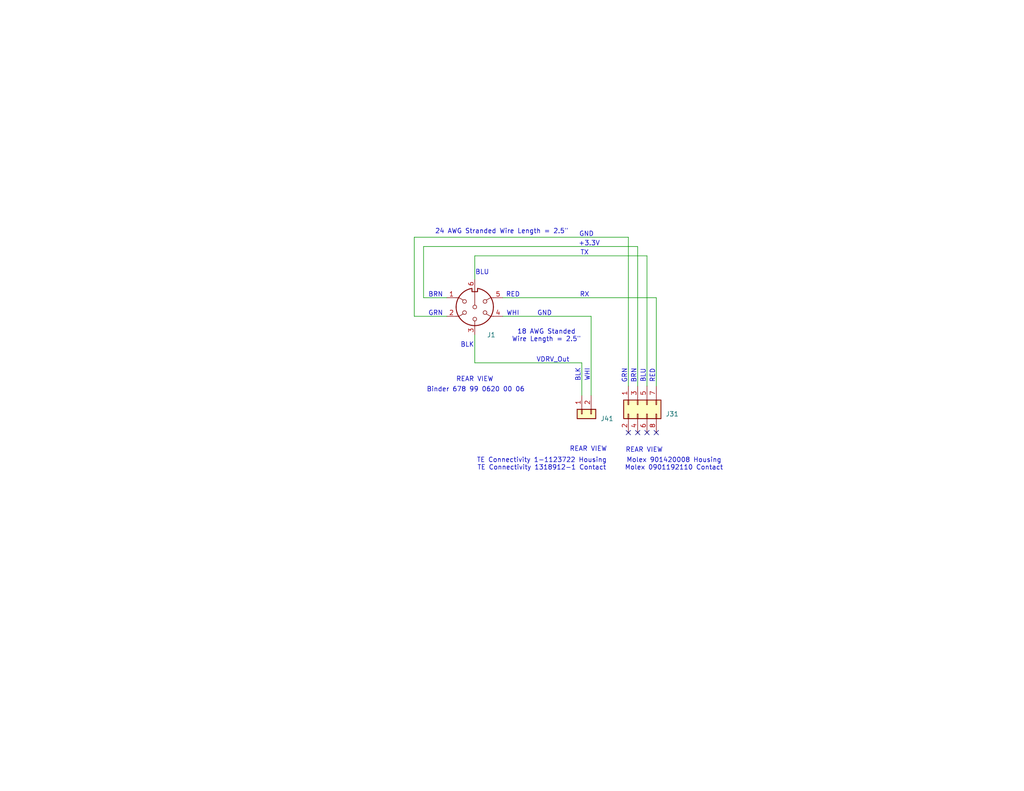
<source format=kicad_sch>
(kicad_sch (version 20231120) (generator "eeschema") (generator_version "8.0")
  (paper "A")
  (title_block (title "Smart Charger Chassis Coil Connector - Smart Coil") (date "2025-01-15") (rev "A") (company "Cosmiic"))
  (lib_symbols
    (symbol "Connector:DIN-6" (pin_names (offset 1.016))
      (property "Reference" "J" (at 3.175 5.715 0))
      (property "Value" "DIN-6" (at 4.445 -4.445 0))
      (symbol "DIN-6_0_1"
        (arc (start -5.08 0) (mid -3.8609 -3.3364) (end -0.762 -5.08) (stroke (width 0.254)))
        (circle (center -2.794 -1.524) (radius 0.508))
        (circle (center -2.794 1.524) (radius 0.508))
        (polyline (pts (xy 0 -5.08) (xy 0 -0.508)))
        (polyline (pts (xy 0 5.08) (xy 0 3.81)))
        (polyline (pts (xy -5.08 -2.54) (xy -4.318 -2.54) (xy -3.175 -1.905)))
        (polyline (pts (xy -5.08 2.54) (xy -4.318 2.54) (xy -3.175 1.905)))
        (polyline (pts (xy 5.08 -2.54) (xy 4.318 -2.54) (xy 3.175 -1.905)))
        (polyline (pts (xy 5.08 2.54) (xy 4.318 2.54) (xy 3.175 1.905)))
        (polyline (pts (xy -0.762 -4.953) (xy -0.762 -4.191) (xy 0.762 -4.191) (xy 0.762 -4.953)) (stroke (width 0.254)))
        (circle (center 0 0) (radius 0.508))
        (circle (center 0 3.302) (radius 0.508))
        (arc (start 0.762 -5.08) (mid 3.8685 -3.343) (end 5.08 0) (stroke (width 0.254)))
        (circle (center 2.794 -1.524) (radius 0.508))
        (circle (center 2.794 1.524) (radius 0.508))
        (arc (start 5.08 0) (mid 0 5.0579) (end -5.08 0) (stroke (width 0.254)))
      )
      (symbol "DIN-6_1_1"
        (pin passive line (at -7.62 -2.54 0) (length 2.54) (name "~") (number "1"))
        (pin passive line (at -7.62 2.54 0) (length 2.54) (name "~") (number "2"))
        (pin passive line (at 0 7.62 270) (length 2.54) (name "~") (number "3"))
        (pin passive line (at 7.62 2.54 180) (length 2.54) (name "~") (number "4"))
        (pin passive line (at 7.62 -2.54 180) (length 2.54) (name "~") (number "5"))
        (pin passive line (at 0 -7.62 90) (length 2.54) (name "~") (number "6"))
      )
    )
    (symbol "Connector_Generic:Conn_01x02" (pin_names (offset 1.016) hide)
      (property "Reference" "J" (at 0 2.54 0))
      (property "Value" "Conn_01x02" (at 0 -5.08 0))
      (symbol "Conn_01x02_1_1"
        (rectangle (start -1.27 -2.413) (end 0 -2.667) (stroke (width 0.1524)))
        (rectangle (start -1.27 0.127) (end 0 -0.127) (stroke (width 0.1524)))
        (rectangle (start -1.27 1.27) (end 1.27 -3.81) (stroke (width 0.254)) (fill (type background)))
        (pin passive line (at -5.08 0 0) (length 3.81) (name "Pin_1") (number "1"))
        (pin passive line (at -5.08 -2.54 0) (length 3.81) (name "Pin_2") (number "2"))
      )
    )
    (symbol "Connector_Generic:Conn_02x04_Odd_Even" (pin_names (offset 1.016) hide)
      (property "Reference" "J" (at 1.27 5.08 0))
      (property "Value" "Conn_02x04_Odd_Even" (at 1.27 -7.62 0))
      (symbol "Conn_02x04_Odd_Even_1_1"
        (rectangle (start -1.27 -4.953) (end 0 -5.207) (stroke (width 0.1524)))
        (rectangle (start -1.27 -2.413) (end 0 -2.667) (stroke (width 0.1524)))
        (rectangle (start -1.27 0.127) (end 0 -0.127) (stroke (width 0.1524)))
        (rectangle (start -1.27 2.667) (end 0 2.413) (stroke (width 0.1524)))
        (rectangle (start -1.27 3.81) (end 3.81 -6.35) (stroke (width 0.254)) (fill (type background)))
        (rectangle (start 3.81 -4.953) (end 2.54 -5.207) (stroke (width 0.1524)))
        (rectangle (start 3.81 -2.413) (end 2.54 -2.667) (stroke (width 0.1524)))
        (rectangle (start 3.81 0.127) (end 2.54 -0.127) (stroke (width 0.1524)))
        (rectangle (start 3.81 2.667) (end 2.54 2.413) (stroke (width 0.1524)))
        (pin passive line (at -5.08 2.54 0) (length 3.81) (name "Pin_1") (number "1"))
        (pin passive line (at 7.62 2.54 180) (length 3.81) (name "Pin_2") (number "2"))
        (pin passive line (at -5.08 0 0) (length 3.81) (name "Pin_3") (number "3"))
        (pin passive line (at 7.62 0 180) (length 3.81) (name "Pin_4") (number "4"))
        (pin passive line (at -5.08 -2.54 0) (length 3.81) (name "Pin_5") (number "5"))
        (pin passive line (at 7.62 -2.54 180) (length 3.81) (name "Pin_6") (number "6"))
        (pin passive line (at -5.08 -5.08 0) (length 3.81) (name "Pin_7") (number "7"))
        (pin passive line (at 7.62 -5.08 180) (length 3.81) (name "Pin_8") (number "8"))
      )
    )
  )
  (no_connect (at 179.07 118.11))
  (no_connect (at 171.45 118.11))
  (no_connect (at 173.99 118.11))
  (no_connect (at 176.53 118.11))
  (wire (pts (xy 113.03 86.36) (xy 121.92 86.36)))
  (wire (pts (xy 137.16 86.36) (xy 161.29 86.36)))
  (wire (pts (xy 113.03 64.77) (xy 171.45 64.77)))
  (wire (pts (xy 176.53 69.85) (xy 176.53 105.41)))
  (wire (pts (xy 115.57 67.31) (xy 173.99 67.31)))
  (wire (pts (xy 129.54 99.06) (xy 158.75 99.06)))
  (wire (pts (xy 161.29 86.36) (xy 161.29 107.95)))
  (wire (pts (xy 173.99 67.31) (xy 173.99 105.41)))
  (wire (pts (xy 179.07 81.28) (xy 179.07 105.41)))
  (wire (pts (xy 129.54 91.44) (xy 129.54 99.06)))
  (wire (pts (xy 171.45 64.77) (xy 171.45 105.41)))
  (wire (pts (xy 129.54 69.85) (xy 129.54 76.2)))
  (wire (pts (xy 129.54 69.85) (xy 176.53 69.85)))
  (wire (pts (xy 158.75 99.06) (xy 158.75 107.95)))
  (wire (pts (xy 137.16 81.28) (xy 179.07 81.28)))
  (wire (pts (xy 115.57 81.28) (xy 115.57 67.31)))
  (wire (pts (xy 115.57 81.28) (xy 121.92 81.28)))
  (wire (pts (xy 113.03 86.36) (xy 113.03 64.77)))
  (text "GND" (at 160.02 64.008 0) (effects (font (size 1.27 1.27))))
  (text "BLU" (at 175.514 102.616 90) (effects (font (size 1.27 1.27))))
  (text "Binder 678 99 0620 00 06" (at 129.794 106.426 0) (effects (font (size 1.27 1.27))))
  (text "RX" (at 159.512 80.518 0) (effects (font (size 1.27 1.27))))
  (text "18 AWG Standed\nWire Length = 2.5\"" (at 149.098 91.694 0) (effects (font (size 1.27 1.27))))
  (text "BLU" (at 131.572 74.422 0) (effects (font (size 1.27 1.27))))
  (text "BLK" (at 127.508 94.234 0) (effects (font (size 1.27 1.27))))
  (text "RED" (at 178.054 102.616 90) (effects (font (size 1.27 1.27))))
  (text "REAR VIEW" (at 160.528 122.682 0) (effects (font (size 1.27 1.27))))
  (text "WHI" (at 139.954 85.598 0) (effects (font (size 1.27 1.27))))
  (text "REAR VIEW" (at 175.768 122.936 0) (effects (font (size 1.27 1.27))))
  (text "Molex 901420008 Housing\nMolex 0901192110 Contact" (at 183.896 126.746 0) (effects (font (size 1.27 1.27))))
  (text "WHI" (at 160.274 102.362 90) (effects (font (size 1.27 1.27))))
  (text "24 AWG Stranded Wire Length = 2.5\"" (at 136.906 63.246 0) (effects (font (size 1.27 1.27))))
  (text "TX" (at 159.512 69.088 0) (effects (font (size 1.27 1.27))))
  (text "REAR VIEW" (at 129.54 103.632 0) (effects (font (size 1.27 1.27))))
  (text "GRN" (at 118.872 85.598 0) (effects (font (size 1.27 1.27))))
  (text "BRN" (at 172.974 102.616 90) (effects (font (size 1.27 1.27))))
  (text "+3.3V" (at 160.782 66.548 0) (effects (font (size 1.27 1.27))))
  (text "GRN" (at 170.434 102.616 90) (effects (font (size 1.27 1.27))))
  (text "BRN" (at 118.872 80.518 0) (effects (font (size 1.27 1.27))))
  (text "TE Connectivity 1-1123722 Housing\nTE Connectivity 1318912-1 Contact" (at 147.828 126.746 0) (effects (font (size 1.27 1.27))))
  (text "VDRV_Out" (at 150.876 98.298 0) (effects (font (size 1.27 1.27))))
  (text "BLK" (at 157.734 102.362 90) (effects (font (size 1.27 1.27))))
  (text "RED" (at 139.954 80.518 0) (effects (font (size 1.27 1.27))))
  (text "GND" (at 148.59 85.598 0) (effects (font (size 1.27 1.27))))
  (symbol (lib_id "Connector_Generic:Conn_02x04_Odd_Even") (at 173.99 110.49 90) (mirror x) (unit 1)
    (property "Reference" "J31" (at 181.61 113.0301 90) (effects (justify right)))
    (property "Value" "Conn_02x04_Odd_Even" (effects (hide yes)))
    (property "Description" "Generic connector, double row, 02x04, odd/even pin numbering scheme (row 1 odd numbers, row 2 even numbers), script generated (kicad-library-utils/schlib/autogen/connector/)" (effects (hide yes)))
  )
  (symbol (lib_id "Connector:DIN-6") (at 129.54 83.82 0) (mirror x) (unit 1)
    (property "Reference" "J1" (at 132.842 91.44 0) (effects (justify left)))
    (property "Value" "DIN-6" (effects (hide yes)))
    (property "Datasheet" "http://www.mouser.com/ds/2/18/40_c091_abd_e-75918.pdf" (effects (hide yes)))
    (property "Description" "6-pin DIN connector" (effects (hide yes)))
  )
  (symbol (lib_id "Connector_Generic:Conn_01x02") (at 158.75 113.03 90) (mirror x) (unit 1)
    (property "Reference" "J41" (at 163.83 114.3001 90) (effects (justify right)))
    (property "Value" "Conn_01x02" (effects (hide yes)))
    (property "Description" "Generic connector, single row, 01x02, script generated (kicad-library-utils/schlib/autogen/connector/)" (effects (hide yes)))
  )
)
</source>
